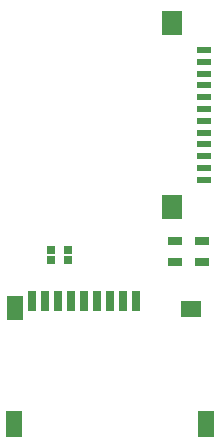
<source format=gtp>
G04 EAGLE Gerber RS-274X export*
G75*
%MOMM*%
%FSLAX34Y34*%
%LPD*%
%INTop Paste*%
%IPPOS*%
%AMOC8*
5,1,8,0,0,1.08239X$1,22.5*%
G01*
%ADD10R,0.800000X1.800000*%
%ADD11R,1.400000X2.000000*%
%ADD12R,1.400000X2.200000*%
%ADD13R,1.800000X1.400000*%
%ADD14R,1.300000X0.600000*%
%ADD15R,1.800000X2.000000*%
%ADD16R,1.200000X0.800000*%
%ADD17R,0.800000X0.650000*%


D10*
X87000Y154000D03*
X76000Y154000D03*
X65000Y154000D03*
X54000Y154000D03*
X43000Y154000D03*
X98000Y154000D03*
X109000Y154000D03*
X120000Y154000D03*
D11*
X17500Y148000D03*
D12*
X179000Y49500D03*
D10*
X32000Y154000D03*
D13*
X166500Y147000D03*
D12*
X16000Y49500D03*
D14*
X177500Y366500D03*
X177500Y356500D03*
X177500Y346500D03*
X177500Y336500D03*
X177500Y326500D03*
X177500Y316500D03*
X177500Y306500D03*
X177500Y296500D03*
X177500Y286500D03*
X177500Y276500D03*
X177500Y266500D03*
X177500Y256500D03*
D15*
X150000Y233500D03*
X150000Y389500D03*
D16*
X176000Y205000D03*
X176000Y187000D03*
X152500Y205000D03*
X152500Y187000D03*
D17*
X47500Y196750D03*
X62500Y196750D03*
X47500Y188250D03*
X62500Y188250D03*
M02*

</source>
